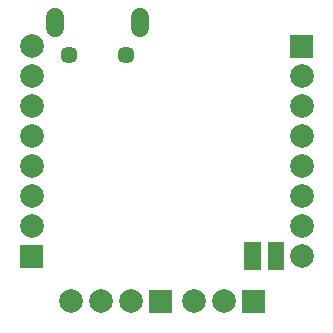
<source format=gbs>
G04 Layer: BottomSolderMaskLayer*
G04 EasyEDA v6.4.7, 2020-11-10T21:56:29+01:00*
G04 d56d7f5836d14aafa71abd029e92fcd7,d798ca008b2c48fc9d28453cf4f639a5,10*
G04 Gerber Generator version 0.2*
G04 Scale: 100 percent, Rotated: No, Reflected: No *
G04 Dimensions in millimeters *
G04 leading zeros omitted , absolute positions ,3 integer and 3 decimal *
%FSLAX33Y33*%
%MOMM*%
G90*
D02*

%ADD29C,1.503197*%
%ADD31C,1.453210*%
%ADD38C,2.003196*%

%LPD*%
G54D29*
G01X3893Y25341D02*
G01X3893Y26241D01*
G01X11092Y25341D02*
G01X11092Y26241D01*
G54D31*
G01X9903Y22991D03*
G01X5062Y22991D03*
G36*
G01X21879Y4787D02*
G01X21879Y7150D01*
G01X23281Y7150D01*
G01X23281Y4787D01*
G01X21879Y4787D01*
G37*
G36*
G01X19898Y4787D02*
G01X19898Y7150D01*
G01X21300Y7150D01*
G01X21300Y4787D01*
G01X19898Y4787D01*
G37*
G54D38*
G01X15621Y2159D03*
G01X18161Y2159D03*
G36*
G01X19700Y1158D02*
G01X19700Y3159D01*
G01X21701Y3159D01*
G01X21701Y1158D01*
G01X19700Y1158D01*
G37*
G36*
G01X23764Y22748D02*
G01X23764Y24749D01*
G01X25765Y24749D01*
G01X25765Y22748D01*
G01X23764Y22748D01*
G37*
G01X24765Y21209D03*
G01X24765Y18669D03*
G01X24765Y16129D03*
G01X24765Y13589D03*
G01X24765Y11049D03*
G01X24765Y8509D03*
G01X24765Y5969D03*
G36*
G01X904Y4968D02*
G01X904Y6969D01*
G01X2905Y6969D01*
G01X2905Y4968D01*
G01X904Y4968D01*
G37*
G01X1905Y8509D03*
G01X1905Y11049D03*
G01X1905Y13589D03*
G01X1905Y16129D03*
G01X1905Y18669D03*
G01X1905Y21209D03*
G01X1905Y23749D03*
G01X5207Y2159D03*
G01X7747Y2159D03*
G01X10287Y2159D03*
G36*
G01X11826Y1158D02*
G01X11826Y3159D01*
G01X13827Y3159D01*
G01X13827Y1158D01*
G01X11826Y1158D01*
G37*
M00*
M02*

</source>
